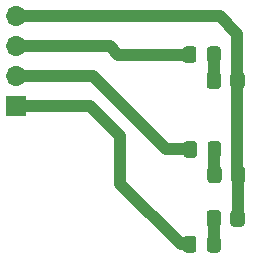
<source format=gbr>
%TF.GenerationSoftware,KiCad,Pcbnew,(5.1.10)-1*%
%TF.CreationDate,2021-08-06T17:07:10+10:00*%
%TF.ProjectId,A1200LED,41313230-304c-4454-942e-6b696361645f,rev?*%
%TF.SameCoordinates,Original*%
%TF.FileFunction,Copper,L1,Top*%
%TF.FilePolarity,Positive*%
%FSLAX46Y46*%
G04 Gerber Fmt 4.6, Leading zero omitted, Abs format (unit mm)*
G04 Created by KiCad (PCBNEW (5.1.10)-1) date 2021-08-06 17:07:10*
%MOMM*%
%LPD*%
G01*
G04 APERTURE LIST*
%TA.AperFunction,ComponentPad*%
%ADD10O,1.700000X1.700000*%
%TD*%
%TA.AperFunction,ComponentPad*%
%ADD11R,1.700000X1.700000*%
%TD*%
%TA.AperFunction,Conductor*%
%ADD12C,1.000000*%
%TD*%
G04 APERTURE END LIST*
D10*
%TO.P,J1,4*%
%TO.N,Net-(J1-Pad4)*%
X101752400Y-102717600D03*
%TO.P,J1,3*%
%TO.N,Net-(D3-Pad2)*%
X101752400Y-105257600D03*
%TO.P,J1,2*%
%TO.N,Net-(D2-Pad2)*%
X101752400Y-107797600D03*
D11*
%TO.P,J1,1*%
%TO.N,Net-(D1-Pad2)*%
X101752400Y-110337600D03*
%TD*%
%TO.P,R3,2*%
%TO.N,Net-(D3-Pad1)*%
%TA.AperFunction,SMDPad,CuDef*%
G36*
G01*
X119081600Y-107703199D02*
X119081600Y-108603201D01*
G75*
G02*
X118831601Y-108853200I-249999J0D01*
G01*
X118131599Y-108853200D01*
G75*
G02*
X117881600Y-108603201I0J249999D01*
G01*
X117881600Y-107703199D01*
G75*
G02*
X118131599Y-107453200I249999J0D01*
G01*
X118831601Y-107453200D01*
G75*
G02*
X119081600Y-107703199I0J-249999D01*
G01*
G37*
%TD.AperFunction*%
%TO.P,R3,1*%
%TO.N,Net-(J1-Pad4)*%
%TA.AperFunction,SMDPad,CuDef*%
G36*
G01*
X121081600Y-107703199D02*
X121081600Y-108603201D01*
G75*
G02*
X120831601Y-108853200I-249999J0D01*
G01*
X120131599Y-108853200D01*
G75*
G02*
X119881600Y-108603201I0J249999D01*
G01*
X119881600Y-107703199D01*
G75*
G02*
X120131599Y-107453200I249999J0D01*
G01*
X120831601Y-107453200D01*
G75*
G02*
X121081600Y-107703199I0J-249999D01*
G01*
G37*
%TD.AperFunction*%
%TD*%
%TO.P,R2,2*%
%TO.N,Net-(D2-Pad1)*%
%TA.AperFunction,SMDPad,CuDef*%
G36*
G01*
X119132400Y-115678799D02*
X119132400Y-116578801D01*
G75*
G02*
X118882401Y-116828800I-249999J0D01*
G01*
X118182399Y-116828800D01*
G75*
G02*
X117932400Y-116578801I0J249999D01*
G01*
X117932400Y-115678799D01*
G75*
G02*
X118182399Y-115428800I249999J0D01*
G01*
X118882401Y-115428800D01*
G75*
G02*
X119132400Y-115678799I0J-249999D01*
G01*
G37*
%TD.AperFunction*%
%TO.P,R2,1*%
%TO.N,Net-(J1-Pad4)*%
%TA.AperFunction,SMDPad,CuDef*%
G36*
G01*
X121132400Y-115678799D02*
X121132400Y-116578801D01*
G75*
G02*
X120882401Y-116828800I-249999J0D01*
G01*
X120182399Y-116828800D01*
G75*
G02*
X119932400Y-116578801I0J249999D01*
G01*
X119932400Y-115678799D01*
G75*
G02*
X120182399Y-115428800I249999J0D01*
G01*
X120882401Y-115428800D01*
G75*
G02*
X121132400Y-115678799I0J-249999D01*
G01*
G37*
%TD.AperFunction*%
%TD*%
%TO.P,R1,2*%
%TO.N,Net-(D1-Pad1)*%
%TA.AperFunction,SMDPad,CuDef*%
G36*
G01*
X119081600Y-119387199D02*
X119081600Y-120287201D01*
G75*
G02*
X118831601Y-120537200I-249999J0D01*
G01*
X118131599Y-120537200D01*
G75*
G02*
X117881600Y-120287201I0J249999D01*
G01*
X117881600Y-119387199D01*
G75*
G02*
X118131599Y-119137200I249999J0D01*
G01*
X118831601Y-119137200D01*
G75*
G02*
X119081600Y-119387199I0J-249999D01*
G01*
G37*
%TD.AperFunction*%
%TO.P,R1,1*%
%TO.N,Net-(J1-Pad4)*%
%TA.AperFunction,SMDPad,CuDef*%
G36*
G01*
X121081600Y-119387199D02*
X121081600Y-120287201D01*
G75*
G02*
X120831601Y-120537200I-249999J0D01*
G01*
X120131599Y-120537200D01*
G75*
G02*
X119881600Y-120287201I0J249999D01*
G01*
X119881600Y-119387199D01*
G75*
G02*
X120131599Y-119137200I249999J0D01*
G01*
X120831601Y-119137200D01*
G75*
G02*
X121081600Y-119387199I0J-249999D01*
G01*
G37*
%TD.AperFunction*%
%TD*%
%TO.P,D3,2*%
%TO.N,Net-(D3-Pad2)*%
%TA.AperFunction,SMDPad,CuDef*%
G36*
G01*
X116999600Y-105518799D02*
X116999600Y-106418801D01*
G75*
G02*
X116749601Y-106668800I-249999J0D01*
G01*
X116099599Y-106668800D01*
G75*
G02*
X115849600Y-106418801I0J249999D01*
G01*
X115849600Y-105518799D01*
G75*
G02*
X116099599Y-105268800I249999J0D01*
G01*
X116749601Y-105268800D01*
G75*
G02*
X116999600Y-105518799I0J-249999D01*
G01*
G37*
%TD.AperFunction*%
%TO.P,D3,1*%
%TO.N,Net-(D3-Pad1)*%
%TA.AperFunction,SMDPad,CuDef*%
G36*
G01*
X119049600Y-105518799D02*
X119049600Y-106418801D01*
G75*
G02*
X118799601Y-106668800I-249999J0D01*
G01*
X118149599Y-106668800D01*
G75*
G02*
X117899600Y-106418801I0J249999D01*
G01*
X117899600Y-105518799D01*
G75*
G02*
X118149599Y-105268800I249999J0D01*
G01*
X118799601Y-105268800D01*
G75*
G02*
X119049600Y-105518799I0J-249999D01*
G01*
G37*
%TD.AperFunction*%
%TD*%
%TO.P,D2,2*%
%TO.N,Net-(D2-Pad2)*%
%TA.AperFunction,SMDPad,CuDef*%
G36*
G01*
X117050400Y-113545199D02*
X117050400Y-114445201D01*
G75*
G02*
X116800401Y-114695200I-249999J0D01*
G01*
X116150399Y-114695200D01*
G75*
G02*
X115900400Y-114445201I0J249999D01*
G01*
X115900400Y-113545199D01*
G75*
G02*
X116150399Y-113295200I249999J0D01*
G01*
X116800401Y-113295200D01*
G75*
G02*
X117050400Y-113545199I0J-249999D01*
G01*
G37*
%TD.AperFunction*%
%TO.P,D2,1*%
%TO.N,Net-(D2-Pad1)*%
%TA.AperFunction,SMDPad,CuDef*%
G36*
G01*
X119100400Y-113545199D02*
X119100400Y-114445201D01*
G75*
G02*
X118850401Y-114695200I-249999J0D01*
G01*
X118200399Y-114695200D01*
G75*
G02*
X117950400Y-114445201I0J249999D01*
G01*
X117950400Y-113545199D01*
G75*
G02*
X118200399Y-113295200I249999J0D01*
G01*
X118850401Y-113295200D01*
G75*
G02*
X119100400Y-113545199I0J-249999D01*
G01*
G37*
%TD.AperFunction*%
%TD*%
%TO.P,D1,2*%
%TO.N,Net-(D1-Pad2)*%
%TA.AperFunction,SMDPad,CuDef*%
G36*
G01*
X116999600Y-121571599D02*
X116999600Y-122471601D01*
G75*
G02*
X116749601Y-122721600I-249999J0D01*
G01*
X116099599Y-122721600D01*
G75*
G02*
X115849600Y-122471601I0J249999D01*
G01*
X115849600Y-121571599D01*
G75*
G02*
X116099599Y-121321600I249999J0D01*
G01*
X116749601Y-121321600D01*
G75*
G02*
X116999600Y-121571599I0J-249999D01*
G01*
G37*
%TD.AperFunction*%
%TO.P,D1,1*%
%TO.N,Net-(D1-Pad1)*%
%TA.AperFunction,SMDPad,CuDef*%
G36*
G01*
X119049600Y-121571599D02*
X119049600Y-122471601D01*
G75*
G02*
X118799601Y-122721600I-249999J0D01*
G01*
X118149599Y-122721600D01*
G75*
G02*
X117899600Y-122471601I0J249999D01*
G01*
X117899600Y-121571599D01*
G75*
G02*
X118149599Y-121321600I249999J0D01*
G01*
X118799601Y-121321600D01*
G75*
G02*
X119049600Y-121571599I0J-249999D01*
G01*
G37*
%TD.AperFunction*%
%TD*%
D12*
%TO.N,Net-(D1-Pad2)*%
X116424600Y-122021600D02*
X115671600Y-122021600D01*
X115671600Y-122021600D02*
X110540800Y-116890800D01*
X110540800Y-116890800D02*
X110540800Y-112877600D01*
X108000800Y-110337600D02*
X101752400Y-110337600D01*
X110540800Y-112877600D02*
X108000800Y-110337600D01*
%TO.N,Net-(D1-Pad1)*%
X118474600Y-119844200D02*
X118481600Y-119837200D01*
X118481600Y-122014600D02*
X118474600Y-122021600D01*
X118481600Y-119837200D02*
X118481600Y-122014600D01*
%TO.N,Net-(D2-Pad2)*%
X116475400Y-113995200D02*
X114452400Y-113995200D01*
X108254800Y-107797600D02*
X101752400Y-107797600D01*
X114452400Y-113995200D02*
X108254800Y-107797600D01*
%TO.N,Net-(D2-Pad1)*%
X118525400Y-116121800D02*
X118532400Y-116128800D01*
X118525400Y-113995200D02*
X118525400Y-116121800D01*
%TO.N,Net-(D3-Pad2)*%
X116424600Y-105968800D02*
X110388400Y-105968800D01*
X109677200Y-105257600D02*
X101752400Y-105257600D01*
X110388400Y-105968800D02*
X109677200Y-105257600D01*
%TO.N,Net-(D3-Pad1)*%
X118474600Y-108146200D02*
X118481600Y-108153200D01*
X118474600Y-105968800D02*
X118474600Y-108146200D01*
%TO.N,Net-(J1-Pad4)*%
X120532400Y-108204000D02*
X120481600Y-108153200D01*
X120481600Y-116179600D02*
X120532400Y-116128800D01*
X101752400Y-102717600D02*
X118973600Y-102717600D01*
X120481600Y-104225600D02*
X120481600Y-108153200D01*
X118973600Y-102717600D02*
X120481600Y-104225600D01*
X120481600Y-116078000D02*
X120532400Y-116128800D01*
X120481600Y-108153200D02*
X120481600Y-116078000D01*
X120532400Y-119786400D02*
X120481600Y-119837200D01*
X120532400Y-116128800D02*
X120532400Y-119786400D01*
%TD*%
M02*

</source>
